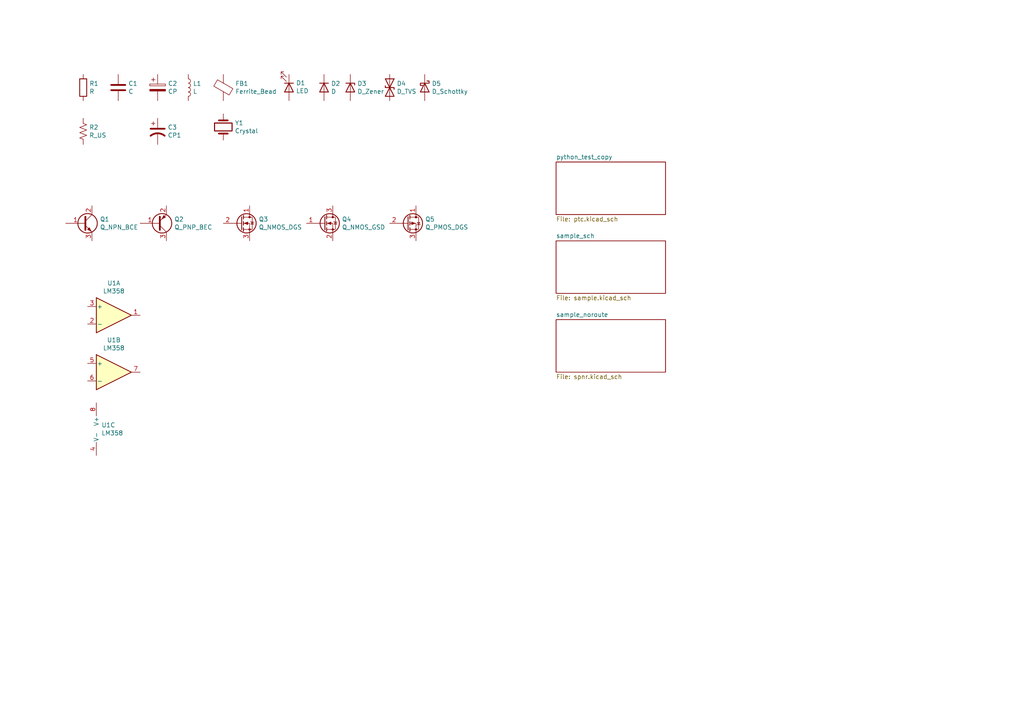
<source format=kicad_sch>
(kicad_sch (version 20210621) (generator eeschema)
  (paper "A4")
  (lib_symbols
    (symbol "Amplifier_Operational:LM358" (pin_names (offset 0.127))
      (property "Reference" "U" (at 0 5.08 0))
      (property "Value" "LM358" (at 0 -5.08 0))
      (symbol "LM358_1_1"
        (polyline (pts (xy -5.08 5.08) (xy 5.08 0) (xy -5.08 -5.08) (xy -5.08 5.08)) (stroke (width 0.254)) (fill (type background)))
        (pin output line (at 7.62 0 180) (length 2.54) (name "~") (number "1"))
        (pin input line (at -7.62 -2.54 0) (length 2.54) (name "-") (number "2"))
        (pin input line (at -7.62 2.54 0) (length 2.54) (name "+") (number "3"))
      )
      (symbol "LM358_2_1"
        (polyline (pts (xy -5.08 5.08) (xy 5.08 0) (xy -5.08 -5.08) (xy -5.08 5.08)) (stroke (width 0.254)) (fill (type background)))
        (pin input line (at -7.62 2.54 0) (length 2.54) (name "+") (number "5"))
        (pin input line (at -7.62 -2.54 0) (length 2.54) (name "-") (number "6"))
        (pin output line (at 7.62 0 180) (length 2.54) (name "~") (number "7"))
      )
      (symbol "LM358_3_1"
        (pin power_in line (at -2.54 -7.62 90) (length 3.81) (name "V-") (number "4"))
        (pin power_in line (at -2.54 7.62 270) (length 3.81) (name "V+") (number "8"))
      )
    )
    (symbol "Device:C" (pin_numbers hide) (pin_names (offset 0.254))
      (property "Reference" "C" (at 0.635 2.54 0))
      (property "Value" "C" (at 0.635 -2.54 0))
      (symbol "C_0_1"
        (polyline (pts (xy -2.032 -0.762) (xy 2.032 -0.762)) (stroke (width 0.508)))
        (polyline (pts (xy -2.032 0.762) (xy 2.032 0.762)) (stroke (width 0.508)))
      )
      (symbol "C_1_1"
        (pin passive line (at 0 3.81 270) (length 2.794) (name "~") (number "1"))
        (pin passive line (at 0 -3.81 90) (length 2.794) (name "~") (number "2"))
      )
    )
    (symbol "Device:CP" (pin_numbers hide) (pin_names (offset 0.254))
      (property "Reference" "C" (at 0.635 2.54 0))
      (property "Value" "CP" (at 0.635 -2.54 0))
      (symbol "CP_0_1"
        (rectangle (start -2.286 0.508) (end 2.286 1.016))
        (rectangle (start 2.286 -0.508) (end -2.286 -1.016) (fill (type outline)))
        (polyline (pts (xy -1.778 2.286) (xy -0.762 2.286)))
        (polyline (pts (xy -1.27 2.794) (xy -1.27 1.778)))
      )
      (symbol "CP_1_1"
        (pin passive line (at 0 3.81 270) (length 2.794) (name "~") (number "1"))
        (pin passive line (at 0 -3.81 90) (length 2.794) (name "~") (number "2"))
      )
    )
    (symbol "Device:CP1" (pin_numbers hide) (pin_names (offset 0.254) hide)
      (property "Reference" "C" (at 0.635 2.54 0))
      (property "Value" "CP1" (at 0.635 -2.54 0))
      (symbol "CP1_0_1"
        (arc (start -2.032 -1.27) (end 2.032 -1.27) (radius (at 0 -3.81) (length 3.2512) (angles 128.7 51.3)) (stroke (width 0.508)))
        (polyline (pts (xy -2.032 0.762) (xy 2.032 0.762)) (stroke (width 0.508)))
        (polyline (pts (xy -1.778 2.286) (xy -0.762 2.286)))
        (polyline (pts (xy -1.27 1.778) (xy -1.27 2.794)))
      )
      (symbol "CP1_1_1"
        (pin passive line (at 0 3.81 270) (length 2.794) (name "~") (number "1"))
        (pin passive line (at 0 -3.81 90) (length 3.302) (name "~") (number "2"))
      )
    )
    (symbol "Device:Crystal" (pin_numbers hide) (pin_names (offset 1.016) hide)
      (property "Reference" "Y" (at 0 3.81 0))
      (property "Value" "Crystal" (at 0 -3.81 0))
      (symbol "Crystal_0_1"
        (rectangle (start -1.143 2.54) (end 1.143 -2.54) (stroke (width 0.3048)))
        (polyline (pts (xy -2.54 0) (xy -1.905 0)))
        (polyline (pts (xy -1.905 -1.27) (xy -1.905 1.27)) (stroke (width 0.508)))
        (polyline (pts (xy 1.905 -1.27) (xy 1.905 1.27)) (stroke (width 0.508)))
        (polyline (pts (xy 2.54 0) (xy 1.905 0)))
      )
      (symbol "Crystal_1_1"
        (pin passive line (at -3.81 0 0) (length 1.27) (name "1") (number "1"))
        (pin passive line (at 3.81 0 180) (length 1.27) (name "2") (number "2"))
      )
    )
    (symbol "Device:D" (pin_numbers hide) (pin_names (offset 1.016) hide)
      (property "Reference" "D" (at 0 2.54 0))
      (property "Value" "D" (at 0 -2.54 0))
      (symbol "D_0_1"
        (polyline (pts (xy -1.27 1.27) (xy -1.27 -1.27)) (stroke (width 0.254)))
        (polyline (pts (xy 1.27 0) (xy -1.27 0)))
        (polyline (pts (xy 1.27 1.27) (xy 1.27 -1.27) (xy -1.27 0) (xy 1.27 1.27)) (stroke (width 0.254)))
      )
      (symbol "D_1_1"
        (pin passive line (at -3.81 0 0) (length 2.54) (name "K") (number "1"))
        (pin passive line (at 3.81 0 180) (length 2.54) (name "A") (number "2"))
      )
    )
    (symbol "Device:D_Schottky" (pin_numbers hide) (pin_names (offset 1.016) hide)
      (property "Reference" "D" (at 0 2.54 0))
      (property "Value" "D_Schottky" (at 0 -2.54 0))
      (symbol "D_Schottky_0_1"
        (polyline (pts (xy 1.27 0) (xy -1.27 0)))
        (polyline (pts (xy 1.27 1.27) (xy 1.27 -1.27) (xy -1.27 0) (xy 1.27 1.27)) (stroke (width 0.254)))
        (polyline (pts (xy -1.905 0.635) (xy -1.905 1.27) (xy -1.27 1.27) (xy -1.27 -1.27) (xy -0.635 -1.27) (xy -0.635 -0.635)) (stroke (width 0.254)))
      )
      (symbol "D_Schottky_1_1"
        (pin passive line (at -3.81 0 0) (length 2.54) (name "K") (number "1"))
        (pin passive line (at 3.81 0 180) (length 2.54) (name "A") (number "2"))
      )
    )
    (symbol "Device:D_TVS" (pin_numbers hide) (pin_names (offset 1.016) hide)
      (property "Reference" "D" (at 0 2.54 0))
      (property "Value" "D_TVS" (at 0 -2.54 0))
      (symbol "D_TVS_0_1"
        (polyline (pts (xy 1.27 0) (xy -1.27 0)))
        (polyline (pts (xy 0.508 1.27) (xy 0 1.27) (xy 0 -1.27) (xy -0.508 -1.27)) (stroke (width 0.254)))
        (polyline (pts (xy -2.54 1.27) (xy -2.54 -1.27) (xy 2.54 1.27) (xy 2.54 -1.27) (xy -2.54 1.27)) (stroke (width 0.254)))
      )
      (symbol "D_TVS_1_1"
        (pin passive line (at -3.81 0 0) (length 2.54) (name "A1") (number "1"))
        (pin passive line (at 3.81 0 180) (length 2.54) (name "A2") (number "2"))
      )
    )
    (symbol "Device:D_Zener" (pin_numbers hide) (pin_names (offset 1.016) hide)
      (property "Reference" "D" (at 0 2.54 0))
      (property "Value" "D_Zener" (at 0 -2.54 0))
      (symbol "D_Zener_0_1"
        (polyline (pts (xy 1.27 0) (xy -1.27 0)))
        (polyline (pts (xy -1.27 -1.27) (xy -1.27 1.27) (xy -0.762 1.27)) (stroke (width 0.254)))
        (polyline (pts (xy 1.27 -1.27) (xy 1.27 1.27) (xy -1.27 0) (xy 1.27 -1.27)) (stroke (width 0.254)))
      )
      (symbol "D_Zener_1_1"
        (pin passive line (at -3.81 0 0) (length 2.54) (name "K") (number "1"))
        (pin passive line (at 3.81 0 180) (length 2.54) (name "A") (number "2"))
      )
    )
    (symbol "Device:Ferrite_Bead" (pin_numbers hide) (pin_names (offset 0))
      (property "Reference" "FB" (at -3.81 0.635 90))
      (property "Value" "Ferrite_Bead" (at 3.81 0 90))
      (symbol "Ferrite_Bead_0_1"
        (polyline (pts (xy 0 -1.27) (xy 0 -1.2192)))
        (polyline (pts (xy 0 1.27) (xy 0 1.2954)))
        (polyline (pts (xy -2.7686 0.4064) (xy -1.7018 2.2606) (xy 2.7686 -0.3048) (xy 1.6764 -2.159) (xy -2.7686 0.4064)))
      )
      (symbol "Ferrite_Bead_1_1"
        (pin passive line (at 0 3.81 270) (length 2.54) (name "~") (number "1"))
        (pin passive line (at 0 -3.81 90) (length 2.54) (name "~") (number "2"))
      )
    )
    (symbol "Device:L" (pin_numbers hide) (pin_names (offset 1.016) hide)
      (property "Reference" "L" (at -1.27 0 90))
      (property "Value" "L" (at 1.905 0 90))
      (symbol "L_0_1"
        (arc (start 0 -2.54) (end 0 -1.27) (radius (at 0 -1.905) (length 0.635) (angles -89.9 89.9)))
        (arc (start 0 -1.27) (end 0 0) (radius (at 0 -0.635) (length 0.635) (angles -89.9 89.9)))
        (arc (start 0 0) (end 0 1.27) (radius (at 0 0.635) (length 0.635) (angles -89.9 89.9)))
        (arc (start 0 1.27) (end 0 2.54) (radius (at 0 1.905) (length 0.635) (angles -89.9 89.9)))
      )
      (symbol "L_1_1"
        (pin passive line (at 0 3.81 270) (length 1.27) (name "1") (number "1"))
        (pin passive line (at 0 -3.81 90) (length 1.27) (name "2") (number "2"))
      )
    )
    (symbol "Device:LED" (pin_numbers hide) (pin_names (offset 1.016) hide)
      (property "Reference" "D" (at 0 2.54 0))
      (property "Value" "LED" (at 0 -2.54 0))
      (symbol "LED_0_1"
        (polyline (pts (xy -1.27 -1.27) (xy -1.27 1.27)) (stroke (width 0.254)))
        (polyline (pts (xy -1.27 0) (xy 1.27 0)))
        (polyline (pts (xy 1.27 -1.27) (xy 1.27 1.27) (xy -1.27 0) (xy 1.27 -1.27)) (stroke (width 0.254)))
        (polyline (pts (xy -3.048 -0.762) (xy -4.572 -2.286) (xy -3.81 -2.286) (xy -4.572 -2.286) (xy -4.572 -1.524)))
        (polyline (pts (xy -1.778 -0.762) (xy -3.302 -2.286) (xy -2.54 -2.286) (xy -3.302 -2.286) (xy -3.302 -1.524)))
      )
      (symbol "LED_1_1"
        (pin passive line (at -3.81 0 0) (length 2.54) (name "K") (number "1"))
        (pin passive line (at 3.81 0 180) (length 2.54) (name "A") (number "2"))
      )
    )
    (symbol "Device:Q_NMOS_DGS" (pin_names (offset 0) hide)
      (property "Reference" "Q" (at 5.08 1.27 0))
      (property "Value" "Q_NMOS_DGS" (at 5.08 -1.27 0))
      (symbol "Q_NMOS_DGS_0_1"
        (circle (center 1.651 0) (radius 2.794) (stroke (width 0.254)))
        (circle (center 2.54 -1.778) (radius 0.254) (fill (type outline)))
        (circle (center 2.54 1.778) (radius 0.254) (fill (type outline)))
        (polyline (pts (xy 0.254 0) (xy -2.54 0)))
        (polyline (pts (xy 0.254 1.905) (xy 0.254 -1.905)) (stroke (width 0.254)))
        (polyline (pts (xy 0.762 -1.27) (xy 0.762 -2.286)) (stroke (width 0.254)))
        (polyline (pts (xy 0.762 0.508) (xy 0.762 -0.508)) (stroke (width 0.254)))
        (polyline (pts (xy 0.762 2.286) (xy 0.762 1.27)) (stroke (width 0.254)))
        (polyline (pts (xy 2.54 2.54) (xy 2.54 1.778)))
        (polyline (pts (xy 2.54 -2.54) (xy 2.54 0) (xy 0.762 0)))
        (polyline (pts (xy 0.762 -1.778) (xy 3.302 -1.778) (xy 3.302 1.778) (xy 0.762 1.778)))
        (polyline (pts (xy 2.794 0.508) (xy 2.921 0.381) (xy 3.683 0.381) (xy 3.81 0.254)))
        (polyline (pts (xy 3.302 0.381) (xy 2.921 -0.254) (xy 3.683 -0.254) (xy 3.302 0.381)))
        (polyline (pts (xy 1.016 0) (xy 2.032 0.381) (xy 2.032 -0.381) (xy 1.016 0)) (fill (type outline)))
      )
      (symbol "Q_NMOS_DGS_1_1"
        (pin passive line (at 2.54 5.08 270) (length 2.54) (name "D") (number "1"))
        (pin input line (at -5.08 0 0) (length 2.54) (name "G") (number "2"))
        (pin passive line (at 2.54 -5.08 90) (length 2.54) (name "S") (number "3"))
      )
    )
    (symbol "Device:Q_NMOS_GSD" (pin_names (offset 0) hide)
      (property "Reference" "Q" (at 5.08 1.27 0))
      (property "Value" "Q_NMOS_GSD" (at 5.08 -1.27 0))
      (symbol "Q_NMOS_GSD_0_1"
        (circle (center 1.651 0) (radius 2.794) (stroke (width 0.254)))
        (circle (center 2.54 -1.778) (radius 0.254) (fill (type outline)))
        (circle (center 2.54 1.778) (radius 0.254) (fill (type outline)))
        (polyline (pts (xy 0.254 0) (xy -2.54 0)))
        (polyline (pts (xy 0.254 1.905) (xy 0.254 -1.905)) (stroke (width 0.254)))
        (polyline (pts (xy 0.762 -1.27) (xy 0.762 -2.286)) (stroke (width 0.254)))
        (polyline (pts (xy 0.762 0.508) (xy 0.762 -0.508)) (stroke (width 0.254)))
        (polyline (pts (xy 0.762 2.286) (xy 0.762 1.27)) (stroke (width 0.254)))
        (polyline (pts (xy 2.54 2.54) (xy 2.54 1.778)))
        (polyline (pts (xy 2.54 -2.54) (xy 2.54 0) (xy 0.762 0)))
        (polyline (pts (xy 0.762 -1.778) (xy 3.302 -1.778) (xy 3.302 1.778) (xy 0.762 1.778)))
        (polyline (pts (xy 2.794 0.508) (xy 2.921 0.381) (xy 3.683 0.381) (xy 3.81 0.254)))
        (polyline (pts (xy 3.302 0.381) (xy 2.921 -0.254) (xy 3.683 -0.254) (xy 3.302 0.381)))
        (polyline (pts (xy 1.016 0) (xy 2.032 0.381) (xy 2.032 -0.381) (xy 1.016 0)) (fill (type outline)))
      )
      (symbol "Q_NMOS_GSD_1_1"
        (pin input line (at -5.08 0 0) (length 2.54) (name "G") (number "1"))
        (pin passive line (at 2.54 -5.08 90) (length 2.54) (name "S") (number "2"))
        (pin passive line (at 2.54 5.08 270) (length 2.54) (name "D") (number "3"))
      )
    )
    (symbol "Device:Q_NPN_BCE" (pin_names (offset 0) hide)
      (property "Reference" "Q" (at 5.08 1.27 0))
      (property "Value" "Q_NPN_BCE" (at 5.08 -1.27 0))
      (symbol "Q_NPN_BCE_0_1"
        (circle (center 1.27 0) (radius 2.8194) (stroke (width 0.254)))
        (polyline (pts (xy 0.635 0.635) (xy 2.54 2.54)))
        (polyline (pts (xy 0.635 -0.635) (xy 2.54 -2.54) (xy 2.54 -2.54)))
        (polyline (pts (xy 0.635 1.905) (xy 0.635 -1.905) (xy 0.635 -1.905)) (stroke (width 0.508)))
        (polyline (pts (xy 1.27 -1.778) (xy 1.778 -1.27) (xy 2.286 -2.286) (xy 1.27 -1.778) (xy 1.27 -1.778)) (fill (type outline)))
      )
      (symbol "Q_NPN_BCE_1_1"
        (pin input line (at -5.08 0 0) (length 5.715) (name "B") (number "1"))
        (pin passive line (at 2.54 5.08 270) (length 2.54) (name "C") (number "2"))
        (pin passive line (at 2.54 -5.08 90) (length 2.54) (name "E") (number "3"))
      )
    )
    (symbol "Device:Q_PMOS_DGS" (pin_names (offset 0) hide)
      (property "Reference" "Q" (at 5.08 1.27 0))
      (property "Value" "Q_PMOS_DGS" (at 5.08 -1.27 0))
      (symbol "Q_PMOS_DGS_0_1"
        (circle (center 1.651 0) (radius 2.794) (stroke (width 0.254)))
        (circle (center 2.54 -1.778) (radius 0.254) (fill (type outline)))
        (circle (center 2.54 1.778) (radius 0.254) (fill (type outline)))
        (polyline (pts (xy 0.254 0) (xy -2.54 0)))
        (polyline (pts (xy 0.254 1.905) (xy 0.254 -1.905)) (stroke (width 0.254)))
        (polyline (pts (xy 0.762 -1.27) (xy 0.762 -2.286)) (stroke (width 0.254)))
        (polyline (pts (xy 0.762 0.508) (xy 0.762 -0.508)) (stroke (width 0.254)))
        (polyline (pts (xy 0.762 2.286) (xy 0.762 1.27)) (stroke (width 0.254)))
        (polyline (pts (xy 2.54 2.54) (xy 2.54 1.778)))
        (polyline (pts (xy 2.54 -2.54) (xy 2.54 0) (xy 0.762 0)))
        (polyline (pts (xy 0.762 1.778) (xy 3.302 1.778) (xy 3.302 -1.778) (xy 0.762 -1.778)))
        (polyline (pts (xy 2.794 -0.508) (xy 2.921 -0.381) (xy 3.683 -0.381) (xy 3.81 -0.254)))
        (polyline (pts (xy 3.302 -0.381) (xy 2.921 0.254) (xy 3.683 0.254) (xy 3.302 -0.381)))
        (polyline (pts (xy 2.286 0) (xy 1.27 0.381) (xy 1.27 -0.381) (xy 2.286 0)) (fill (type outline)))
      )
      (symbol "Q_PMOS_DGS_1_1"
        (pin passive line (at 2.54 5.08 270) (length 2.54) (name "D") (number "1"))
        (pin input line (at -5.08 0 0) (length 2.54) (name "G") (number "2"))
        (pin passive line (at 2.54 -5.08 90) (length 2.54) (name "S") (number "3"))
      )
    )
    (symbol "Device:Q_PNP_BEC" (pin_names (offset 0) hide)
      (property "Reference" "Q" (at 5.08 1.27 0))
      (property "Value" "Q_PNP_BEC" (at 5.08 -1.27 0))
      (symbol "Q_PNP_BEC_0_1"
        (circle (center 1.27 0) (radius 2.8194) (stroke (width 0.254)))
        (polyline (pts (xy 0.635 0.635) (xy 2.54 2.54)))
        (polyline (pts (xy 0.635 -0.635) (xy 2.54 -2.54) (xy 2.54 -2.54)))
        (polyline (pts (xy 0.635 1.905) (xy 0.635 -1.905) (xy 0.635 -1.905)) (stroke (width 0.508)))
        (polyline (pts (xy 2.286 -1.778) (xy 1.778 -2.286) (xy 1.27 -1.27) (xy 2.286 -1.778) (xy 2.286 -1.778)) (fill (type outline)))
      )
      (symbol "Q_PNP_BEC_1_1"
        (pin input line (at -5.08 0 0) (length 5.715) (name "B") (number "1"))
        (pin passive line (at 2.54 -5.08 90) (length 2.54) (name "E") (number "2"))
        (pin passive line (at 2.54 5.08 270) (length 2.54) (name "C") (number "3"))
      )
    )
    (symbol "Device:R" (pin_numbers hide) (pin_names (offset 0))
      (property "Reference" "R" (at 2.032 0 90))
      (property "Value" "R" (at 0 0 90))
      (symbol "R_0_1"
        (rectangle (start -1.016 -2.54) (end 1.016 2.54) (stroke (width 0.254)))
      )
      (symbol "R_1_1"
        (pin passive line (at 0 3.81 270) (length 1.27) (name "~") (number "1"))
        (pin passive line (at 0 -3.81 90) (length 1.27) (name "~") (number "2"))
      )
    )
    (symbol "Device:R_US" (pin_numbers hide) (pin_names (offset 0))
      (property "Reference" "R" (at 2.54 0 90))
      (property "Value" "R_US" (at -2.54 0 90))
      (symbol "R_US_0_1"
        (polyline (pts (xy 0 -2.286) (xy 0 -2.54)))
        (polyline (pts (xy 0 2.286) (xy 0 2.54)))
        (polyline (pts (xy 0 -0.762) (xy 1.016 -1.143) (xy 0 -1.524) (xy -1.016 -1.905) (xy 0 -2.286)))
        (polyline (pts (xy 0 0.762) (xy 1.016 0.381) (xy 0 0) (xy -1.016 -0.381) (xy 0 -0.762)))
        (polyline (pts (xy 0 2.286) (xy 1.016 1.905) (xy 0 1.524) (xy -1.016 1.143) (xy 0 0.762)))
      )
      (symbol "R_US_1_1"
        (pin passive line (at 0 3.81 270) (length 1.27) (name "~") (number "1"))
        (pin passive line (at 0 -3.81 90) (length 1.27) (name "~") (number "2"))
      )
    )
  )
  (symbol (lib_id "Device:L") (at 54.61 25.4 0) (unit 1)
    (property "Reference" "L1" (at 55.9562 24.2316 0) (effects (justify left)))
    (property "Value" "L" (at 55.9562 26.543 0) (effects (justify left)))
    (property "Footprint" "Inductor_SMD:L_0805_2012Metric" (effects hide))
  )
  (symbol (lib_id "Amplifier_Operational:LM358") (at 30.48 124.46 0) (unit 3)
    (property "Reference" "U1" (at 29.4132 123.2916 0) (effects (justify left)))
    (property "Value" "LM358" (at 29.4132 125.603 0) (effects (justify left)))
    (property "Datasheet" "http://www.ti.com/lit/ds/symlink/lm2904-n.pdf" (effects hide))
  )
  (symbol (lib_id "Device:R_US") (at 24.13 38.1 0) (unit 1)
    (property "Reference" "R2" (at 25.8572 36.9316 0) (effects (justify left)))
    (property "Value" "R_US" (at 25.8572 39.243 0) (effects (justify left)))
  )
  (symbol (lib_id "Device:R") (at 24.13 25.4 0) (unit 1)
    (property "Reference" "R1" (at 25.908 24.2316 0) (effects (justify left)))
    (property "Value" "R" (at 25.908 26.543 0) (effects (justify left)))
    (property "Footprint" "Resistor_SMD:R_0603_1608Metric" (effects hide))
  )
  (symbol (lib_id "Device:D") (at 93.98 25.4 270) (unit 1)
    (property "Reference" "D2" (at 96.012 24.2316 90) (effects (justify left)))
    (property "Value" "D" (at 96.012 26.543 90) (effects (justify left)))
    (property "Footprint" "Diode_SMD:D_0603_1608Metric" (effects hide))
  )
  (symbol (lib_id "Device:D_Zener") (at 101.6 25.4 270) (unit 1)
    (property "Reference" "D3" (at 103.632 24.2316 90) (effects (justify left)))
    (property "Value" "D_Zener" (at 103.632 26.543 90) (effects (justify left)))
    (property "Footprint" "Diode_SMD:D_0402_1005Metric" (effects hide))
  )
  (symbol (lib_id "Device:D_TVS") (at 113.03 25.4 270) (unit 1)
    (property "Reference" "D4" (at 115.062 24.2316 90) (effects (justify left)))
    (property "Value" "D_TVS" (at 115.062 26.543 90) (effects (justify left)))
    (property "Footprint" "Diode_SMD:D_0201_0603Metric" (effects hide))
  )
  (symbol (lib_id "Device:D_Schottky") (at 123.19 25.4 270) (unit 1)
    (property "Reference" "D5" (at 125.222 24.2316 90) (effects (justify left)))
    (property "Value" "D_Schottky" (at 125.222 26.543 90) (effects (justify left)))
    (property "Footprint" "Diode_SMD:D_1206_3216Metric" (effects hide))
  )
  (symbol (lib_id "Device:LED") (at 83.82 25.4 270) (unit 1)
    (property "Reference" "D1" (at 85.852 24.0538 90) (effects (justify left)))
    (property "Value" "LED" (at 85.852 26.3652 90) (effects (justify left)))
    (property "Footprint" "LED_SMD:LED_0603_1608Metric" (effects hide))
  )
  (symbol (lib_id "Device:C") (at 34.29 25.4 0) (unit 1)
    (property "Reference" "C1" (at 37.211 24.2316 0) (effects (justify left)))
    (property "Value" "C" (at 37.211 26.543 0) (effects (justify left)))
    (property "Footprint" "Capacitor_SMD:C_0603_1608Metric" (effects hide))
  )
  (symbol (lib_id "Device:CP") (at 45.72 25.4 0) (unit 1)
    (property "Reference" "C2" (at 48.7172 24.2316 0) (effects (justify left)))
    (property "Value" "CP" (at 48.7172 26.543 0) (effects (justify left)))
  )
  (symbol (lib_id "Device:CP1") (at 45.72 38.1 0) (unit 1)
    (property "Reference" "C3" (at 48.641 36.9316 0) (effects (justify left)))
    (property "Value" "CP1" (at 48.641 39.243 0) (effects (justify left)))
  )
  (symbol (lib_id "Device:Crystal") (at 64.77 36.83 270) (mirror x) (unit 1)
    (property "Reference" "Y1" (at 68.0974 35.6616 90) (effects (justify left)))
    (property "Value" "Crystal" (at 68.0974 37.973 90) (effects (justify left)))
  )
  (symbol (lib_id "Device:Ferrite_Bead") (at 64.77 25.4 0) (unit 1)
    (property "Reference" "FB1" (at 68.2498 24.2316 0) (effects (justify left)))
    (property "Value" "Ferrite_Bead" (at 68.2498 26.543 0) (effects (justify left)))
    (property "Footprint" "Inductor_SMD:L_0805_2012Metric" (effects hide))
  )
  (symbol (lib_id "Device:Q_NPN_BCE") (at 24.13 64.77 0) (unit 1)
    (property "Reference" "Q1" (at 28.9814 63.6016 0) (effects (justify left)))
    (property "Value" "Q_NPN_BCE" (at 28.9814 65.913 0) (effects (justify left)))
  )
  (symbol (lib_id "Device:Q_PNP_BEC") (at 45.72 64.77 0) (mirror x) (unit 1)
    (property "Reference" "Q2" (at 50.546 63.6016 0) (effects (justify left)))
    (property "Value" "Q_PNP_BEC" (at 50.546 65.913 0) (effects (justify left)))
  )
  (symbol (lib_id "Device:Q_NMOS_DGS") (at 69.85 64.77 0) (unit 1)
    (property "Reference" "Q3" (at 75.0316 63.6016 0) (effects (justify left)))
    (property "Value" "Q_NMOS_DGS" (at 75.0316 65.913 0) (effects (justify left)))
  )
  (symbol (lib_id "Device:Q_NMOS_GSD") (at 93.98 64.77 0) (unit 1)
    (property "Reference" "Q4" (at 99.1616 63.6016 0) (effects (justify left)))
    (property "Value" "Q_NMOS_GSD" (at 99.1616 65.913 0) (effects (justify left)))
  )
  (symbol (lib_id "Device:Q_PMOS_DGS") (at 118.11 64.77 0) (unit 1)
    (property "Reference" "Q5" (at 123.317 63.6016 0) (effects (justify left)))
    (property "Value" "Q_PMOS_DGS" (at 123.317 65.913 0) (effects (justify left)))
  )
  (symbol (lib_id "Amplifier_Operational:LM358") (at 33.02 91.44 0) (unit 1)
    (property "Reference" "U1" (at 33.02 82.1182 0))
    (property "Value" "LM358" (at 33.02 84.4296 0))
    (property "Datasheet" "http://www.ti.com/lit/ds/symlink/lm2904-n.pdf" (effects hide))
  )
  (symbol (lib_id "Amplifier_Operational:LM358") (at 33.02 107.95 0) (unit 2)
    (property "Reference" "U1" (at 33.02 98.6282 0))
    (property "Value" "LM358" (at 33.02 100.9396 0))
    (property "Datasheet" "http://www.ti.com/lit/ds/symlink/lm2904-n.pdf" (effects hide))
  )
  (sheet (at 161.29 46.99) (size 31.75 15.24) (stroke (width 0.1524))
    (property "Sheet name" "python_test_copy" (at 161.29 46.2784 0) (effects (justify left bottom)))
    (property "Sheet file" "ptc.kicad_sch" (at 161.29 62.8146 0) (effects (justify left top)))
  )
  (sheet (at 161.29 92.71) (size 31.75 15.24) (stroke (width 0.1524))
    (property "Sheet name" "sample_noroute" (at 161.29 91.9984 0) (effects (justify left bottom)))
    (property "Sheet file" "spnr.kicad_sch" (at 161.29 108.5346 0) (effects (justify left top)))
  )
  (sheet (at 161.29 69.85) (size 31.75 15.24) (stroke (width 0.1524))
    (property "Sheet name" "sample_sch" (at 161.29 69.1384 0) (effects (justify left bottom)))
    (property "Sheet file" "sample.kicad_sch" (at 161.29 85.6746 0) (effects (justify left top)))
  )
)
</source>
